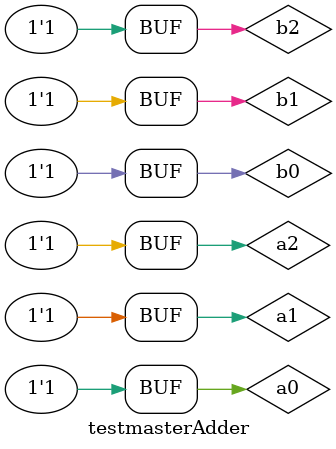
<source format=v>

module halfAdder (s0, s1, a, b);

input a, b;
output s0, s1;

xor (s0, a, b);
and (s1, a, b);

endmodule
//---------------------
//-- FULL ADDER
//---------------------
module fullAdder (s0, s1, a, b, v1);

input a, b, v1;
output s0, s1;

halfAdder HA1 (s2, s3, a, b);
halfAdder HA2 (s0, s4, s2, v1);
or OR1 (s1, s3, s4);

endmodule

//-------------------------
//--CIRCUITO LOGICO SOMA
//-------------------------

module masterAdder (s0, s1, s2, s3, a0, b0, a1, b1, a2, b2);

input a0, b0, a1, b1, a2, b2;
output s0, s1, s2, s3;

halfAdder HA1 (s0, sa, a0, b0);
fullAdder FA1 (s1, sb, a1, b1, sa);
fullAdder FA2 (s2, s3, a2, b2, sb);


endmodule


//------------------------------------
//-- TESTE CIRCUITO LOGICO SOMA
//------------------------------------

module testmasterAdder;

wire s0, s1, s2, s3;
reg a0, b0, a1, b1, a2, b2;

masterAdder MA (s0, s1, s2, s3, a0, b0, a1, b1, a2, b2);

initial begin

$display ("Bruno Santiago Pinheiro");
$display ("Matricula: 405792");
$display ("Fazer um somador para 2 numero de 3 bits.");

#1 a0=0; a1=0; a2=0; b0=0; b1=0; b2=0;
$monitor ("%b%b%b + %b%b%b = %b%b%b%b", a2, a1, a0, b2, b1, b0, s3, s2, s1, s0);
#1 a0=0; a1=0; a2=0; b0=0; b1=0; b2=1;

#1 a0=0; a1=0; a2=0; b0=0; b1=1; b2=0;
#1 a0=0; a1=0; a2=0; b0=0; b1=1; b2=1;

#1 a0=0; a1=0; a2=0; b0=1; b1=0; b2=0;
#1 a0=0; a1=0; a2=0; b0=1; b1=0; b2=1;

#1 a0=0; a1=0; a2=0; b0=1; b1=1; b2=0;
#1 a0=0; a1=0; a2=0; b0=1; b1=1; b2=1;

#1 a0=0; a1=0; a2=1; b0=0; b1=0; b2=0;
#1 a0=0; a1=0; a2=1; b0=0; b1=0; b2=1;

#1 a0=0; a1=0; a2=1; b0=0; b1=1; b2=0;
#1 a0=0; a1=0; a2=1; b0=0; b1=1; b2=1;

#1 a0=0; a1=0; a2=1; b0=1; b1=0; b2=0;
#1 a0=0; a1=0; a2=1; b0=1; b1=0; b2=1;

#1 a0=0; a1=0; a2=1; b0=1; b1=1; b2=0;
#1 a0=0; a1=0; a2=1; b0=1; b1=1; b2=1;

#1 a0=0; a1=1; a2=0; b0=0; b1=0; b2=0;
#1 a0=0; a1=1; a2=0; b0=0; b1=0; b2=1;

#1 a0=0; a1=1; a2=0; b0=0; b1=1; b2=0;
#1 a0=0; a1=1; a2=0; b0=0; b1=1; b2=1;

#1 a0=0; a1=1; a2=0; b0=1; b1=0; b2=0;
#1 a0=0; a1=1; a2=0; b0=1; b1=0; b2=1;

#1 a0=0; a1=1; a2=0; b0=1; b1=1; b2=0;
#1 a0=0; a1=1; a2=0; b0=1; b1=1; b2=1;

#1 a0=0; a1=1; a2=1; b0=0; b1=0; b2=0;
#1 a0=0; a1=1; a2=1; b0=0; b1=0; b2=1;

#1 a0=0; a1=1; a2=1; b0=0; b1=1; b2=0;
#1 a0=0; a1=1; a2=1; b0=0; b1=1; b2=1;

#1 a0=0; a1=1; a2=1; b0=1; b1=0; b2=0;
#1 a0=0; a1=1; a2=1; b0=1; b1=0; b2=1;

#1 a0=0; a1=1; a2=1; b0=1; b1=1; b2=0;
#1 a0=0; a1=0; a2=1; b0=1; b1=1; b2=1;

#1 a0=1; a1=0; a2=0; b0=0; b1=0; b2=0;
#1 a0=1; a1=0; a2=0; b0=0; b1=0; b2=1;

#1 a0=1; a1=0; a2=0; b0=0; b1=1; b2=0;
#1 a0=1; a1=0; a2=0; b0=0; b1=1; b2=1;

#1 a0=1; a1=0; a2=0; b0=1; b1=0; b2=0;
#1 a0=1; a1=0; a2=0; b0=1; b1=0; b2=1;

#1 a0=1; a1=0; a2=0; b0=1; b1=1; b2=0;
#1 a0=1; a1=0; a2=0; b0=1; b1=1; b2=1;

#1 a0=1; a1=0; a2=1; b0=0; b1=0; b2=0;
#1 a0=1; a1=0; a2=1; b0=0; b1=0; b2=1;

#1 a0=1; a1=0; a2=1; b0=0; b1=1; b2=0;
#1 a0=1; a1=0; a2=1; b0=0; b1=1; b2=1;

#1 a0=1; a1=0; a2=1; b0=1; b1=0; b2=0;
#1 a0=1; a1=0; a2=1; b0=1; b1=0; b2=1;

#1 a0=1; a1=0; a2=1; b0=1; b1=1; b2=0;
#1 a0=1; a1=0; a2=1; b0=1; b1=1; b2=1;

#1 a0=1; a1=1; a2=0; b0=0; b1=0; b2=0;
#1 a0=1; a1=1; a2=0; b0=0; b1=0; b2=1;

#1 a0=1; a1=1; a2=0; b0=0; b1=1; b2=0;
#1 a0=1; a1=1; a2=0; b0=0; b1=1; b2=1;

#1 a0=1; a1=1; a2=0; b0=1; b1=0; b2=0;
#1 a0=1; a1=1; a2=0; b0=1; b1=0; b2=1;

#1 a0=1; a1=1; a2=0; b0=1; b1=1; b2=0;
#1 a0=1; a1=1; a2=0; b0=1; b1=1; b2=1;

#1 a0=1; a1=1; a2=1; b0=0; b1=0; b2=0;
#1 a0=1; a1=1; a2=1; b0=0; b1=0; b2=1;

#1 a0=1; a1=1; a2=1; b0=0; b1=1; b2=0;
#1 a0=1; a1=1; a2=1; b0=0; b1=1; b2=1;

#1 a0=1; a1=1; a2=1; b0=1; b1=0; b2=0;
#1 a0=1; a1=1; a2=1; b0=1; b1=0; b2=1;

#1 a0=1; a1=1; a2=1; b0=1; b1=1; b2=0;
#1 a0=1; a1=1; a2=1; b0=1; b1=1; b2=1;

end

endmodule
</source>
